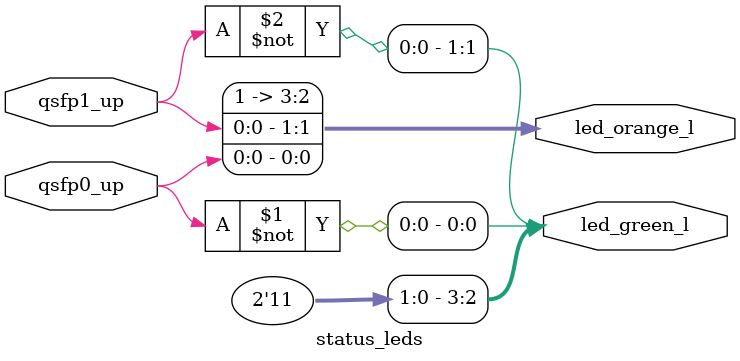
<source format=v>
module status_leds
(
    input qsfp0_up, qsfp1_up,

    output[3:0] led_green_l, led_orange_l
);

assign led_orange_l = { 1'b1, 1'b1,  qsfp1_up,  qsfp0_up};
assign led_green_l  = { 1'b1, 1'b1, ~qsfp1_up, ~qsfp0_up};

endmodule
</source>
